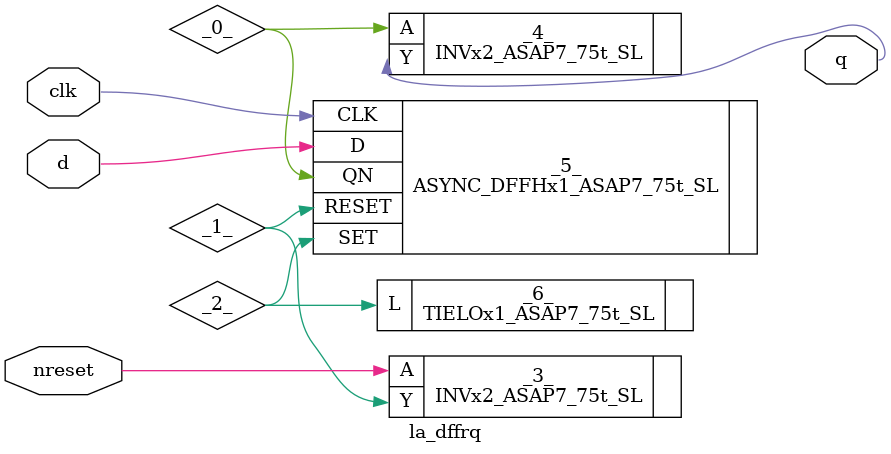
<source format=v>

/* Generated by Yosys 0.37 (git sha1 a5c7f69ed, clang 14.0.0-1ubuntu1.1 -fPIC -Os) */

module la_dffrq(d, clk, nreset, q);
  wire _0_;
  wire _1_;
  wire _2_;
  input clk;
  wire clk;
  input d;
  wire d;
  input nreset;
  wire nreset;
  output q;
  wire q;
  INVx2_ASAP7_75t_SL _3_ (
    .A(nreset),
    .Y(_1_)
  );
  INVx2_ASAP7_75t_SL _4_ (
    .A(_0_),
    .Y(q)
  );
  ASYNC_DFFHx1_ASAP7_75t_SL _5_ (
    .CLK(clk),
    .D(d),
    .QN(_0_),
    .RESET(_1_),
    .SET(_2_)
  );
  TIELOx1_ASAP7_75t_SL _6_ (
    .L(_2_)
  );
endmodule

</source>
